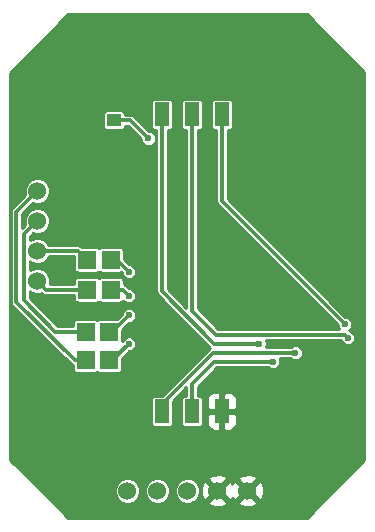
<source format=gbr>
G04 #@! TF.FileFunction,Copper,L2,Bot,Signal*
%FSLAX46Y46*%
G04 Gerber Fmt 4.6, Leading zero omitted, Abs format (unit mm)*
G04 Created by KiCad (PCBNEW 4.0.6-e0-6349~53~ubuntu16.04.1) date Sun Jun 11 18:05:23 2017*
%MOMM*%
%LPD*%
G01*
G04 APERTURE LIST*
%ADD10C,0.100000*%
%ADD11R,1.524000X1.524000*%
%ADD12R,1.200000X2.000000*%
%ADD13R,1.200000X1.000000*%
%ADD14C,1.524000*%
%ADD15C,0.600000*%
%ADD16C,0.300000*%
%ADD17C,0.254000*%
G04 APERTURE END LIST*
D10*
D11*
X203470000Y-100711000D03*
X205470000Y-100711000D03*
X203343000Y-106680000D03*
X205343000Y-106680000D03*
X203470000Y-98171000D03*
X205470000Y-98171000D03*
X203343000Y-104267000D03*
X205343000Y-104267000D03*
D12*
X214884000Y-85852000D03*
X212344000Y-85852000D03*
X209804000Y-85852000D03*
X209804000Y-110998000D03*
X212344000Y-110998000D03*
X214884000Y-110998000D03*
D13*
X205740000Y-86360000D03*
D14*
X199263000Y-92329000D03*
X199263000Y-94869000D03*
X199263000Y-97409000D03*
X199263000Y-99949000D03*
X206883000Y-117729000D03*
X209423000Y-117729000D03*
X211963000Y-117729000D03*
X214503000Y-117729000D03*
X217043000Y-117729000D03*
D15*
X208661000Y-87884000D03*
X220091000Y-105283000D03*
X219964000Y-108331000D03*
X207010000Y-101219000D03*
X207010000Y-105283000D03*
X207010000Y-99187000D03*
X207010000Y-102870000D03*
X218059000Y-105283000D03*
X221107000Y-106045000D03*
X225552000Y-104775000D03*
X225298000Y-103632000D03*
X219202000Y-106807000D03*
D16*
X205740000Y-86360000D02*
X207137000Y-86360000D01*
X207137000Y-86360000D02*
X208661000Y-87884000D01*
X203343000Y-106680000D02*
X202438000Y-106680000D01*
X197485000Y-94107000D02*
X199263000Y-92329000D01*
X197485000Y-101727000D02*
X197485000Y-94107000D01*
X202438000Y-106680000D02*
X197485000Y-101727000D01*
X203343000Y-104267000D02*
X200787000Y-104267000D01*
X198120000Y-96012000D02*
X199263000Y-94869000D01*
X198120000Y-101600000D02*
X198120000Y-96012000D01*
X200787000Y-104267000D02*
X198120000Y-101600000D01*
X199263000Y-97409000D02*
X202708000Y-97409000D01*
X202708000Y-97409000D02*
X203470000Y-98171000D01*
X203470000Y-100711000D02*
X200025000Y-100711000D01*
X200025000Y-100711000D02*
X199263000Y-99949000D01*
X220091000Y-105283000D02*
X220218000Y-105156000D01*
X220218000Y-105156000D02*
X221361000Y-105156000D01*
X221361000Y-105156000D02*
X221869000Y-105664000D01*
X221869000Y-105664000D02*
X221869000Y-107442000D01*
X221869000Y-107442000D02*
X220980000Y-108331000D01*
X220980000Y-108331000D02*
X219964000Y-108331000D01*
X205470000Y-100711000D02*
X206502000Y-100711000D01*
X206502000Y-100711000D02*
X207010000Y-101219000D01*
X205343000Y-106680000D02*
X205613000Y-106680000D01*
X205613000Y-106680000D02*
X207010000Y-105283000D01*
X205470000Y-98171000D02*
X205994000Y-98171000D01*
X205994000Y-98171000D02*
X207010000Y-99187000D01*
X205343000Y-104267000D02*
X205613000Y-104267000D01*
X205613000Y-104267000D02*
X207010000Y-102870000D01*
X209804000Y-85852000D02*
X209804000Y-100838000D01*
X214249000Y-105283000D02*
X218059000Y-105283000D01*
X209804000Y-100838000D02*
X214249000Y-105283000D01*
X209804000Y-110998000D02*
X209804000Y-110363000D01*
X209804000Y-110363000D02*
X214122000Y-106045000D01*
X214122000Y-106045000D02*
X221107000Y-106045000D01*
X212344000Y-85852000D02*
X212344000Y-102489000D01*
X225298000Y-104521000D02*
X225552000Y-104775000D01*
X214376000Y-104521000D02*
X225298000Y-104521000D01*
X212344000Y-102489000D02*
X214376000Y-104521000D01*
X214884000Y-85852000D02*
X214884000Y-93218000D01*
X214884000Y-93218000D02*
X225298000Y-103632000D01*
X212344000Y-110998000D02*
X212344000Y-108712000D01*
X214249000Y-106807000D02*
X219202000Y-106807000D01*
X212344000Y-108712000D02*
X214249000Y-106807000D01*
D17*
G36*
X226949000Y-82229514D02*
X226949000Y-115136394D01*
X222070394Y-120015000D01*
X201863514Y-120015000D01*
X199793179Y-117944665D01*
X205793811Y-117944665D01*
X205959252Y-118345063D01*
X206265326Y-118651671D01*
X206665434Y-118817811D01*
X207098665Y-118818189D01*
X207499063Y-118652748D01*
X207805671Y-118346674D01*
X207971811Y-117946566D01*
X207971812Y-117944665D01*
X208333811Y-117944665D01*
X208499252Y-118345063D01*
X208805326Y-118651671D01*
X209205434Y-118817811D01*
X209638665Y-118818189D01*
X210039063Y-118652748D01*
X210345671Y-118346674D01*
X210511811Y-117946566D01*
X210511812Y-117944665D01*
X210873811Y-117944665D01*
X211039252Y-118345063D01*
X211345326Y-118651671D01*
X211745434Y-118817811D01*
X212178665Y-118818189D01*
X212442407Y-118709213D01*
X213702392Y-118709213D01*
X213771857Y-118951397D01*
X214295302Y-119138144D01*
X214850368Y-119110362D01*
X215234143Y-118951397D01*
X215303608Y-118709213D01*
X216242392Y-118709213D01*
X216311857Y-118951397D01*
X216835302Y-119138144D01*
X217390368Y-119110362D01*
X217774143Y-118951397D01*
X217843608Y-118709213D01*
X217043000Y-117908605D01*
X216242392Y-118709213D01*
X215303608Y-118709213D01*
X214503000Y-117908605D01*
X213702392Y-118709213D01*
X212442407Y-118709213D01*
X212579063Y-118652748D01*
X212885671Y-118346674D01*
X213051811Y-117946566D01*
X213052182Y-117521302D01*
X213093856Y-117521302D01*
X213121638Y-118076368D01*
X213280603Y-118460143D01*
X213522787Y-118529608D01*
X214323395Y-117729000D01*
X214682605Y-117729000D01*
X215483213Y-118529608D01*
X215725397Y-118460143D01*
X215769453Y-118336656D01*
X215820603Y-118460143D01*
X216062787Y-118529608D01*
X216863395Y-117729000D01*
X217222605Y-117729000D01*
X218023213Y-118529608D01*
X218265397Y-118460143D01*
X218452144Y-117936698D01*
X218424362Y-117381632D01*
X218265397Y-116997857D01*
X218023213Y-116928392D01*
X217222605Y-117729000D01*
X216863395Y-117729000D01*
X216062787Y-116928392D01*
X215820603Y-116997857D01*
X215776547Y-117121344D01*
X215725397Y-116997857D01*
X215483213Y-116928392D01*
X214682605Y-117729000D01*
X214323395Y-117729000D01*
X213522787Y-116928392D01*
X213280603Y-116997857D01*
X213093856Y-117521302D01*
X213052182Y-117521302D01*
X213052189Y-117513335D01*
X212886748Y-117112937D01*
X212580674Y-116806329D01*
X212442099Y-116748787D01*
X213702392Y-116748787D01*
X214503000Y-117549395D01*
X215303608Y-116748787D01*
X216242392Y-116748787D01*
X217043000Y-117549395D01*
X217843608Y-116748787D01*
X217774143Y-116506603D01*
X217250698Y-116319856D01*
X216695632Y-116347638D01*
X216311857Y-116506603D01*
X216242392Y-116748787D01*
X215303608Y-116748787D01*
X215234143Y-116506603D01*
X214710698Y-116319856D01*
X214155632Y-116347638D01*
X213771857Y-116506603D01*
X213702392Y-116748787D01*
X212442099Y-116748787D01*
X212180566Y-116640189D01*
X211747335Y-116639811D01*
X211346937Y-116805252D01*
X211040329Y-117111326D01*
X210874189Y-117511434D01*
X210873811Y-117944665D01*
X210511812Y-117944665D01*
X210512189Y-117513335D01*
X210346748Y-117112937D01*
X210040674Y-116806329D01*
X209640566Y-116640189D01*
X209207335Y-116639811D01*
X208806937Y-116805252D01*
X208500329Y-117111326D01*
X208334189Y-117511434D01*
X208333811Y-117944665D01*
X207971812Y-117944665D01*
X207972189Y-117513335D01*
X207806748Y-117112937D01*
X207500674Y-116806329D01*
X207100566Y-116640189D01*
X206667335Y-116639811D01*
X206266937Y-116805252D01*
X205960329Y-117111326D01*
X205794189Y-117511434D01*
X205793811Y-117944665D01*
X199793179Y-117944665D01*
X196977000Y-115128486D01*
X196977000Y-94107000D01*
X197008000Y-94107000D01*
X197008000Y-101727000D01*
X197044309Y-101909540D01*
X197147710Y-102064290D01*
X202100710Y-107017290D01*
X202247594Y-107115435D01*
X202247594Y-107442000D01*
X202270395Y-107563179D01*
X202342012Y-107674474D01*
X202451286Y-107749138D01*
X202581000Y-107775406D01*
X204105000Y-107775406D01*
X204226179Y-107752605D01*
X204337474Y-107680988D01*
X204341970Y-107674408D01*
X204342012Y-107674474D01*
X204451286Y-107749138D01*
X204581000Y-107775406D01*
X206105000Y-107775406D01*
X206226179Y-107752605D01*
X206337474Y-107680988D01*
X206412138Y-107571714D01*
X206438406Y-107442000D01*
X206438406Y-106529174D01*
X207057538Y-105910042D01*
X207134171Y-105910109D01*
X207364703Y-105814855D01*
X207541235Y-105638631D01*
X207636891Y-105408265D01*
X207637109Y-105158829D01*
X207541855Y-104928297D01*
X207365631Y-104751765D01*
X207135265Y-104656109D01*
X206885829Y-104655891D01*
X206655297Y-104751145D01*
X206478765Y-104927369D01*
X206438406Y-105024565D01*
X206438406Y-104116174D01*
X207057538Y-103497042D01*
X207134171Y-103497109D01*
X207364703Y-103401855D01*
X207541235Y-103225631D01*
X207636891Y-102995265D01*
X207637109Y-102745829D01*
X207541855Y-102515297D01*
X207365631Y-102338765D01*
X207135265Y-102243109D01*
X206885829Y-102242891D01*
X206655297Y-102338145D01*
X206478765Y-102514369D01*
X206383109Y-102744735D01*
X206383041Y-102822379D01*
X206033826Y-103171594D01*
X204581000Y-103171594D01*
X204459821Y-103194395D01*
X204348526Y-103266012D01*
X204344030Y-103272592D01*
X204343988Y-103272526D01*
X204234714Y-103197862D01*
X204105000Y-103171594D01*
X202581000Y-103171594D01*
X202459821Y-103194395D01*
X202348526Y-103266012D01*
X202273862Y-103375286D01*
X202247594Y-103505000D01*
X202247594Y-103790000D01*
X200984580Y-103790000D01*
X198597000Y-101402420D01*
X198597000Y-100823261D01*
X198645326Y-100871671D01*
X199045434Y-101037811D01*
X199478665Y-101038189D01*
X199619441Y-100980021D01*
X199687710Y-101048290D01*
X199842460Y-101151691D01*
X200025000Y-101188000D01*
X202374594Y-101188000D01*
X202374594Y-101473000D01*
X202397395Y-101594179D01*
X202469012Y-101705474D01*
X202578286Y-101780138D01*
X202708000Y-101806406D01*
X204232000Y-101806406D01*
X204353179Y-101783605D01*
X204464474Y-101711988D01*
X204468970Y-101705408D01*
X204469012Y-101705474D01*
X204578286Y-101780138D01*
X204708000Y-101806406D01*
X206232000Y-101806406D01*
X206353179Y-101783605D01*
X206464474Y-101711988D01*
X206526122Y-101621764D01*
X206654369Y-101750235D01*
X206884735Y-101845891D01*
X207134171Y-101846109D01*
X207364703Y-101750855D01*
X207541235Y-101574631D01*
X207636891Y-101344265D01*
X207637109Y-101094829D01*
X207541855Y-100864297D01*
X207365631Y-100687765D01*
X207135265Y-100592109D01*
X207057621Y-100592041D01*
X206839290Y-100373710D01*
X206684540Y-100270309D01*
X206565406Y-100246612D01*
X206565406Y-99949000D01*
X206542605Y-99827821D01*
X206470988Y-99716526D01*
X206361714Y-99641862D01*
X206232000Y-99615594D01*
X204708000Y-99615594D01*
X204586821Y-99638395D01*
X204475526Y-99710012D01*
X204471030Y-99716592D01*
X204470988Y-99716526D01*
X204361714Y-99641862D01*
X204232000Y-99615594D01*
X202708000Y-99615594D01*
X202586821Y-99638395D01*
X202475526Y-99710012D01*
X202400862Y-99819286D01*
X202374594Y-99949000D01*
X202374594Y-100234000D01*
X200323810Y-100234000D01*
X200351811Y-100166566D01*
X200352189Y-99733335D01*
X200186748Y-99332937D01*
X199880674Y-99026329D01*
X199480566Y-98860189D01*
X199047335Y-98859811D01*
X198646937Y-99025252D01*
X198597000Y-99075102D01*
X198597000Y-98283261D01*
X198645326Y-98331671D01*
X199045434Y-98497811D01*
X199478665Y-98498189D01*
X199879063Y-98332748D01*
X200185671Y-98026674D01*
X200244084Y-97886000D01*
X202374594Y-97886000D01*
X202374594Y-98933000D01*
X202397395Y-99054179D01*
X202469012Y-99165474D01*
X202578286Y-99240138D01*
X202708000Y-99266406D01*
X204232000Y-99266406D01*
X204353179Y-99243605D01*
X204464474Y-99171988D01*
X204468970Y-99165408D01*
X204469012Y-99165474D01*
X204578286Y-99240138D01*
X204708000Y-99266406D01*
X206232000Y-99266406D01*
X206353179Y-99243605D01*
X206376815Y-99228395D01*
X206382958Y-99234538D01*
X206382891Y-99311171D01*
X206478145Y-99541703D01*
X206654369Y-99718235D01*
X206884735Y-99813891D01*
X207134171Y-99814109D01*
X207364703Y-99718855D01*
X207541235Y-99542631D01*
X207636891Y-99312265D01*
X207637109Y-99062829D01*
X207541855Y-98832297D01*
X207365631Y-98655765D01*
X207135265Y-98560109D01*
X207057621Y-98560041D01*
X206565406Y-98067826D01*
X206565406Y-97409000D01*
X206542605Y-97287821D01*
X206470988Y-97176526D01*
X206361714Y-97101862D01*
X206232000Y-97075594D01*
X204708000Y-97075594D01*
X204586821Y-97098395D01*
X204475526Y-97170012D01*
X204471030Y-97176592D01*
X204470988Y-97176526D01*
X204361714Y-97101862D01*
X204232000Y-97075594D01*
X203049174Y-97075594D01*
X203045290Y-97071710D01*
X202890540Y-96968309D01*
X202708000Y-96932000D01*
X200244208Y-96932000D01*
X200186748Y-96792937D01*
X199880674Y-96486329D01*
X199480566Y-96320189D01*
X199047335Y-96319811D01*
X198646937Y-96485252D01*
X198597000Y-96535102D01*
X198597000Y-96209580D01*
X198906471Y-95900109D01*
X199045434Y-95957811D01*
X199478665Y-95958189D01*
X199879063Y-95792748D01*
X200185671Y-95486674D01*
X200351811Y-95086566D01*
X200352189Y-94653335D01*
X200186748Y-94252937D01*
X199880674Y-93946329D01*
X199480566Y-93780189D01*
X199047335Y-93779811D01*
X198646937Y-93945252D01*
X198340329Y-94251326D01*
X198174189Y-94651434D01*
X198173811Y-95084665D01*
X198231979Y-95225441D01*
X197962000Y-95495420D01*
X197962000Y-94304580D01*
X198906471Y-93360109D01*
X199045434Y-93417811D01*
X199478665Y-93418189D01*
X199879063Y-93252748D01*
X200185671Y-92946674D01*
X200351811Y-92546566D01*
X200352189Y-92113335D01*
X200186748Y-91712937D01*
X199880674Y-91406329D01*
X199480566Y-91240189D01*
X199047335Y-91239811D01*
X198646937Y-91405252D01*
X198340329Y-91711326D01*
X198174189Y-92111434D01*
X198173811Y-92544665D01*
X198231979Y-92685441D01*
X197147710Y-93769710D01*
X197044309Y-93924460D01*
X197008000Y-94107000D01*
X196977000Y-94107000D01*
X196977000Y-85860000D01*
X204806594Y-85860000D01*
X204806594Y-86860000D01*
X204829395Y-86981179D01*
X204901012Y-87092474D01*
X205010286Y-87167138D01*
X205140000Y-87193406D01*
X206340000Y-87193406D01*
X206461179Y-87170605D01*
X206572474Y-87098988D01*
X206647138Y-86989714D01*
X206673406Y-86860000D01*
X206673406Y-86837000D01*
X206939420Y-86837000D01*
X208033958Y-87931538D01*
X208033891Y-88008171D01*
X208129145Y-88238703D01*
X208305369Y-88415235D01*
X208535735Y-88510891D01*
X208785171Y-88511109D01*
X209015703Y-88415855D01*
X209192235Y-88239631D01*
X209287891Y-88009265D01*
X209288109Y-87759829D01*
X209192855Y-87529297D01*
X209016631Y-87352765D01*
X208786265Y-87257109D01*
X208708621Y-87257041D01*
X207474290Y-86022710D01*
X207319540Y-85919309D01*
X207137000Y-85883000D01*
X206673406Y-85883000D01*
X206673406Y-85860000D01*
X206650605Y-85738821D01*
X206578988Y-85627526D01*
X206469714Y-85552862D01*
X206340000Y-85526594D01*
X205140000Y-85526594D01*
X205018821Y-85549395D01*
X204907526Y-85621012D01*
X204832862Y-85730286D01*
X204806594Y-85860000D01*
X196977000Y-85860000D01*
X196977000Y-84852000D01*
X208870594Y-84852000D01*
X208870594Y-86852000D01*
X208893395Y-86973179D01*
X208965012Y-87084474D01*
X209074286Y-87159138D01*
X209204000Y-87185406D01*
X209327000Y-87185406D01*
X209327000Y-100838000D01*
X209363309Y-101020540D01*
X209466710Y-101175290D01*
X213911710Y-105620290D01*
X213913626Y-105621571D01*
X213784710Y-105707710D01*
X209827826Y-109664594D01*
X209204000Y-109664594D01*
X209082821Y-109687395D01*
X208971526Y-109759012D01*
X208896862Y-109868286D01*
X208870594Y-109998000D01*
X208870594Y-111998000D01*
X208893395Y-112119179D01*
X208965012Y-112230474D01*
X209074286Y-112305138D01*
X209204000Y-112331406D01*
X210404000Y-112331406D01*
X210525179Y-112308605D01*
X210636474Y-112236988D01*
X210711138Y-112127714D01*
X210737406Y-111998000D01*
X210737406Y-110104174D01*
X211867000Y-108974580D01*
X211867000Y-109664594D01*
X211744000Y-109664594D01*
X211622821Y-109687395D01*
X211511526Y-109759012D01*
X211436862Y-109868286D01*
X211410594Y-109998000D01*
X211410594Y-111998000D01*
X211433395Y-112119179D01*
X211505012Y-112230474D01*
X211614286Y-112305138D01*
X211744000Y-112331406D01*
X212944000Y-112331406D01*
X213065179Y-112308605D01*
X213176474Y-112236988D01*
X213251138Y-112127714D01*
X213277406Y-111998000D01*
X213277406Y-111283750D01*
X213649000Y-111283750D01*
X213649000Y-112124309D01*
X213745673Y-112357698D01*
X213924301Y-112536327D01*
X214157690Y-112633000D01*
X214598250Y-112633000D01*
X214757000Y-112474250D01*
X214757000Y-111125000D01*
X215011000Y-111125000D01*
X215011000Y-112474250D01*
X215169750Y-112633000D01*
X215610310Y-112633000D01*
X215843699Y-112536327D01*
X216022327Y-112357698D01*
X216119000Y-112124309D01*
X216119000Y-111283750D01*
X215960250Y-111125000D01*
X215011000Y-111125000D01*
X214757000Y-111125000D01*
X213807750Y-111125000D01*
X213649000Y-111283750D01*
X213277406Y-111283750D01*
X213277406Y-109998000D01*
X213254605Y-109876821D01*
X213251304Y-109871691D01*
X213649000Y-109871691D01*
X213649000Y-110712250D01*
X213807750Y-110871000D01*
X214757000Y-110871000D01*
X214757000Y-109521750D01*
X215011000Y-109521750D01*
X215011000Y-110871000D01*
X215960250Y-110871000D01*
X216119000Y-110712250D01*
X216119000Y-109871691D01*
X216022327Y-109638302D01*
X215843699Y-109459673D01*
X215610310Y-109363000D01*
X215169750Y-109363000D01*
X215011000Y-109521750D01*
X214757000Y-109521750D01*
X214598250Y-109363000D01*
X214157690Y-109363000D01*
X213924301Y-109459673D01*
X213745673Y-109638302D01*
X213649000Y-109871691D01*
X213251304Y-109871691D01*
X213182988Y-109765526D01*
X213073714Y-109690862D01*
X212944000Y-109664594D01*
X212821000Y-109664594D01*
X212821000Y-108909580D01*
X214446580Y-107284000D01*
X218792229Y-107284000D01*
X218846369Y-107338235D01*
X219076735Y-107433891D01*
X219326171Y-107434109D01*
X219556703Y-107338855D01*
X219733235Y-107162631D01*
X219828891Y-106932265D01*
X219829109Y-106682829D01*
X219762656Y-106522000D01*
X220697229Y-106522000D01*
X220751369Y-106576235D01*
X220981735Y-106671891D01*
X221231171Y-106672109D01*
X221461703Y-106576855D01*
X221638235Y-106400631D01*
X221733891Y-106170265D01*
X221734109Y-105920829D01*
X221638855Y-105690297D01*
X221462631Y-105513765D01*
X221232265Y-105418109D01*
X220982829Y-105417891D01*
X220752297Y-105513145D01*
X220697346Y-105568000D01*
X218619563Y-105568000D01*
X218685891Y-105408265D01*
X218686109Y-105158829D01*
X218619656Y-104998000D01*
X224965726Y-104998000D01*
X225020145Y-105129703D01*
X225196369Y-105306235D01*
X225426735Y-105401891D01*
X225676171Y-105402109D01*
X225906703Y-105306855D01*
X226083235Y-105130631D01*
X226178891Y-104900265D01*
X226179109Y-104650829D01*
X226083855Y-104420297D01*
X225907631Y-104243765D01*
X225677265Y-104148109D01*
X225668484Y-104148101D01*
X225829235Y-103987631D01*
X225924891Y-103757265D01*
X225925109Y-103507829D01*
X225829855Y-103277297D01*
X225653631Y-103100765D01*
X225423265Y-103005109D01*
X225345621Y-103005041D01*
X215361000Y-93020420D01*
X215361000Y-87185406D01*
X215484000Y-87185406D01*
X215605179Y-87162605D01*
X215716474Y-87090988D01*
X215791138Y-86981714D01*
X215817406Y-86852000D01*
X215817406Y-84852000D01*
X215794605Y-84730821D01*
X215722988Y-84619526D01*
X215613714Y-84544862D01*
X215484000Y-84518594D01*
X214284000Y-84518594D01*
X214162821Y-84541395D01*
X214051526Y-84613012D01*
X213976862Y-84722286D01*
X213950594Y-84852000D01*
X213950594Y-86852000D01*
X213973395Y-86973179D01*
X214045012Y-87084474D01*
X214154286Y-87159138D01*
X214284000Y-87185406D01*
X214407000Y-87185406D01*
X214407000Y-93218000D01*
X214443309Y-93400540D01*
X214546710Y-93555290D01*
X224670958Y-103679538D01*
X224670891Y-103756171D01*
X224766145Y-103986703D01*
X224823342Y-104044000D01*
X214573580Y-104044000D01*
X212821000Y-102291420D01*
X212821000Y-87185406D01*
X212944000Y-87185406D01*
X213065179Y-87162605D01*
X213176474Y-87090988D01*
X213251138Y-86981714D01*
X213277406Y-86852000D01*
X213277406Y-84852000D01*
X213254605Y-84730821D01*
X213182988Y-84619526D01*
X213073714Y-84544862D01*
X212944000Y-84518594D01*
X211744000Y-84518594D01*
X211622821Y-84541395D01*
X211511526Y-84613012D01*
X211436862Y-84722286D01*
X211410594Y-84852000D01*
X211410594Y-86852000D01*
X211433395Y-86973179D01*
X211505012Y-87084474D01*
X211614286Y-87159138D01*
X211744000Y-87185406D01*
X211867000Y-87185406D01*
X211867000Y-102226420D01*
X210281000Y-100640420D01*
X210281000Y-87185406D01*
X210404000Y-87185406D01*
X210525179Y-87162605D01*
X210636474Y-87090988D01*
X210711138Y-86981714D01*
X210737406Y-86852000D01*
X210737406Y-84852000D01*
X210714605Y-84730821D01*
X210642988Y-84619526D01*
X210533714Y-84544862D01*
X210404000Y-84518594D01*
X209204000Y-84518594D01*
X209082821Y-84541395D01*
X208971526Y-84613012D01*
X208896862Y-84722286D01*
X208870594Y-84852000D01*
X196977000Y-84852000D01*
X196977000Y-82347666D01*
X201584953Y-77621561D01*
X201863514Y-77343000D01*
X222062486Y-77343000D01*
X226949000Y-82229514D01*
X226949000Y-82229514D01*
G37*
X226949000Y-82229514D02*
X226949000Y-115136394D01*
X222070394Y-120015000D01*
X201863514Y-120015000D01*
X199793179Y-117944665D01*
X205793811Y-117944665D01*
X205959252Y-118345063D01*
X206265326Y-118651671D01*
X206665434Y-118817811D01*
X207098665Y-118818189D01*
X207499063Y-118652748D01*
X207805671Y-118346674D01*
X207971811Y-117946566D01*
X207971812Y-117944665D01*
X208333811Y-117944665D01*
X208499252Y-118345063D01*
X208805326Y-118651671D01*
X209205434Y-118817811D01*
X209638665Y-118818189D01*
X210039063Y-118652748D01*
X210345671Y-118346674D01*
X210511811Y-117946566D01*
X210511812Y-117944665D01*
X210873811Y-117944665D01*
X211039252Y-118345063D01*
X211345326Y-118651671D01*
X211745434Y-118817811D01*
X212178665Y-118818189D01*
X212442407Y-118709213D01*
X213702392Y-118709213D01*
X213771857Y-118951397D01*
X214295302Y-119138144D01*
X214850368Y-119110362D01*
X215234143Y-118951397D01*
X215303608Y-118709213D01*
X216242392Y-118709213D01*
X216311857Y-118951397D01*
X216835302Y-119138144D01*
X217390368Y-119110362D01*
X217774143Y-118951397D01*
X217843608Y-118709213D01*
X217043000Y-117908605D01*
X216242392Y-118709213D01*
X215303608Y-118709213D01*
X214503000Y-117908605D01*
X213702392Y-118709213D01*
X212442407Y-118709213D01*
X212579063Y-118652748D01*
X212885671Y-118346674D01*
X213051811Y-117946566D01*
X213052182Y-117521302D01*
X213093856Y-117521302D01*
X213121638Y-118076368D01*
X213280603Y-118460143D01*
X213522787Y-118529608D01*
X214323395Y-117729000D01*
X214682605Y-117729000D01*
X215483213Y-118529608D01*
X215725397Y-118460143D01*
X215769453Y-118336656D01*
X215820603Y-118460143D01*
X216062787Y-118529608D01*
X216863395Y-117729000D01*
X217222605Y-117729000D01*
X218023213Y-118529608D01*
X218265397Y-118460143D01*
X218452144Y-117936698D01*
X218424362Y-117381632D01*
X218265397Y-116997857D01*
X218023213Y-116928392D01*
X217222605Y-117729000D01*
X216863395Y-117729000D01*
X216062787Y-116928392D01*
X215820603Y-116997857D01*
X215776547Y-117121344D01*
X215725397Y-116997857D01*
X215483213Y-116928392D01*
X214682605Y-117729000D01*
X214323395Y-117729000D01*
X213522787Y-116928392D01*
X213280603Y-116997857D01*
X213093856Y-117521302D01*
X213052182Y-117521302D01*
X213052189Y-117513335D01*
X212886748Y-117112937D01*
X212580674Y-116806329D01*
X212442099Y-116748787D01*
X213702392Y-116748787D01*
X214503000Y-117549395D01*
X215303608Y-116748787D01*
X216242392Y-116748787D01*
X217043000Y-117549395D01*
X217843608Y-116748787D01*
X217774143Y-116506603D01*
X217250698Y-116319856D01*
X216695632Y-116347638D01*
X216311857Y-116506603D01*
X216242392Y-116748787D01*
X215303608Y-116748787D01*
X215234143Y-116506603D01*
X214710698Y-116319856D01*
X214155632Y-116347638D01*
X213771857Y-116506603D01*
X213702392Y-116748787D01*
X212442099Y-116748787D01*
X212180566Y-116640189D01*
X211747335Y-116639811D01*
X211346937Y-116805252D01*
X211040329Y-117111326D01*
X210874189Y-117511434D01*
X210873811Y-117944665D01*
X210511812Y-117944665D01*
X210512189Y-117513335D01*
X210346748Y-117112937D01*
X210040674Y-116806329D01*
X209640566Y-116640189D01*
X209207335Y-116639811D01*
X208806937Y-116805252D01*
X208500329Y-117111326D01*
X208334189Y-117511434D01*
X208333811Y-117944665D01*
X207971812Y-117944665D01*
X207972189Y-117513335D01*
X207806748Y-117112937D01*
X207500674Y-116806329D01*
X207100566Y-116640189D01*
X206667335Y-116639811D01*
X206266937Y-116805252D01*
X205960329Y-117111326D01*
X205794189Y-117511434D01*
X205793811Y-117944665D01*
X199793179Y-117944665D01*
X196977000Y-115128486D01*
X196977000Y-94107000D01*
X197008000Y-94107000D01*
X197008000Y-101727000D01*
X197044309Y-101909540D01*
X197147710Y-102064290D01*
X202100710Y-107017290D01*
X202247594Y-107115435D01*
X202247594Y-107442000D01*
X202270395Y-107563179D01*
X202342012Y-107674474D01*
X202451286Y-107749138D01*
X202581000Y-107775406D01*
X204105000Y-107775406D01*
X204226179Y-107752605D01*
X204337474Y-107680988D01*
X204341970Y-107674408D01*
X204342012Y-107674474D01*
X204451286Y-107749138D01*
X204581000Y-107775406D01*
X206105000Y-107775406D01*
X206226179Y-107752605D01*
X206337474Y-107680988D01*
X206412138Y-107571714D01*
X206438406Y-107442000D01*
X206438406Y-106529174D01*
X207057538Y-105910042D01*
X207134171Y-105910109D01*
X207364703Y-105814855D01*
X207541235Y-105638631D01*
X207636891Y-105408265D01*
X207637109Y-105158829D01*
X207541855Y-104928297D01*
X207365631Y-104751765D01*
X207135265Y-104656109D01*
X206885829Y-104655891D01*
X206655297Y-104751145D01*
X206478765Y-104927369D01*
X206438406Y-105024565D01*
X206438406Y-104116174D01*
X207057538Y-103497042D01*
X207134171Y-103497109D01*
X207364703Y-103401855D01*
X207541235Y-103225631D01*
X207636891Y-102995265D01*
X207637109Y-102745829D01*
X207541855Y-102515297D01*
X207365631Y-102338765D01*
X207135265Y-102243109D01*
X206885829Y-102242891D01*
X206655297Y-102338145D01*
X206478765Y-102514369D01*
X206383109Y-102744735D01*
X206383041Y-102822379D01*
X206033826Y-103171594D01*
X204581000Y-103171594D01*
X204459821Y-103194395D01*
X204348526Y-103266012D01*
X204344030Y-103272592D01*
X204343988Y-103272526D01*
X204234714Y-103197862D01*
X204105000Y-103171594D01*
X202581000Y-103171594D01*
X202459821Y-103194395D01*
X202348526Y-103266012D01*
X202273862Y-103375286D01*
X202247594Y-103505000D01*
X202247594Y-103790000D01*
X200984580Y-103790000D01*
X198597000Y-101402420D01*
X198597000Y-100823261D01*
X198645326Y-100871671D01*
X199045434Y-101037811D01*
X199478665Y-101038189D01*
X199619441Y-100980021D01*
X199687710Y-101048290D01*
X199842460Y-101151691D01*
X200025000Y-101188000D01*
X202374594Y-101188000D01*
X202374594Y-101473000D01*
X202397395Y-101594179D01*
X202469012Y-101705474D01*
X202578286Y-101780138D01*
X202708000Y-101806406D01*
X204232000Y-101806406D01*
X204353179Y-101783605D01*
X204464474Y-101711988D01*
X204468970Y-101705408D01*
X204469012Y-101705474D01*
X204578286Y-101780138D01*
X204708000Y-101806406D01*
X206232000Y-101806406D01*
X206353179Y-101783605D01*
X206464474Y-101711988D01*
X206526122Y-101621764D01*
X206654369Y-101750235D01*
X206884735Y-101845891D01*
X207134171Y-101846109D01*
X207364703Y-101750855D01*
X207541235Y-101574631D01*
X207636891Y-101344265D01*
X207637109Y-101094829D01*
X207541855Y-100864297D01*
X207365631Y-100687765D01*
X207135265Y-100592109D01*
X207057621Y-100592041D01*
X206839290Y-100373710D01*
X206684540Y-100270309D01*
X206565406Y-100246612D01*
X206565406Y-99949000D01*
X206542605Y-99827821D01*
X206470988Y-99716526D01*
X206361714Y-99641862D01*
X206232000Y-99615594D01*
X204708000Y-99615594D01*
X204586821Y-99638395D01*
X204475526Y-99710012D01*
X204471030Y-99716592D01*
X204470988Y-99716526D01*
X204361714Y-99641862D01*
X204232000Y-99615594D01*
X202708000Y-99615594D01*
X202586821Y-99638395D01*
X202475526Y-99710012D01*
X202400862Y-99819286D01*
X202374594Y-99949000D01*
X202374594Y-100234000D01*
X200323810Y-100234000D01*
X200351811Y-100166566D01*
X200352189Y-99733335D01*
X200186748Y-99332937D01*
X199880674Y-99026329D01*
X199480566Y-98860189D01*
X199047335Y-98859811D01*
X198646937Y-99025252D01*
X198597000Y-99075102D01*
X198597000Y-98283261D01*
X198645326Y-98331671D01*
X199045434Y-98497811D01*
X199478665Y-98498189D01*
X199879063Y-98332748D01*
X200185671Y-98026674D01*
X200244084Y-97886000D01*
X202374594Y-97886000D01*
X202374594Y-98933000D01*
X202397395Y-99054179D01*
X202469012Y-99165474D01*
X202578286Y-99240138D01*
X202708000Y-99266406D01*
X204232000Y-99266406D01*
X204353179Y-99243605D01*
X204464474Y-99171988D01*
X204468970Y-99165408D01*
X204469012Y-99165474D01*
X204578286Y-99240138D01*
X204708000Y-99266406D01*
X206232000Y-99266406D01*
X206353179Y-99243605D01*
X206376815Y-99228395D01*
X206382958Y-99234538D01*
X206382891Y-99311171D01*
X206478145Y-99541703D01*
X206654369Y-99718235D01*
X206884735Y-99813891D01*
X207134171Y-99814109D01*
X207364703Y-99718855D01*
X207541235Y-99542631D01*
X207636891Y-99312265D01*
X207637109Y-99062829D01*
X207541855Y-98832297D01*
X207365631Y-98655765D01*
X207135265Y-98560109D01*
X207057621Y-98560041D01*
X206565406Y-98067826D01*
X206565406Y-97409000D01*
X206542605Y-97287821D01*
X206470988Y-97176526D01*
X206361714Y-97101862D01*
X206232000Y-97075594D01*
X204708000Y-97075594D01*
X204586821Y-97098395D01*
X204475526Y-97170012D01*
X204471030Y-97176592D01*
X204470988Y-97176526D01*
X204361714Y-97101862D01*
X204232000Y-97075594D01*
X203049174Y-97075594D01*
X203045290Y-97071710D01*
X202890540Y-96968309D01*
X202708000Y-96932000D01*
X200244208Y-96932000D01*
X200186748Y-96792937D01*
X199880674Y-96486329D01*
X199480566Y-96320189D01*
X199047335Y-96319811D01*
X198646937Y-96485252D01*
X198597000Y-96535102D01*
X198597000Y-96209580D01*
X198906471Y-95900109D01*
X199045434Y-95957811D01*
X199478665Y-95958189D01*
X199879063Y-95792748D01*
X200185671Y-95486674D01*
X200351811Y-95086566D01*
X200352189Y-94653335D01*
X200186748Y-94252937D01*
X199880674Y-93946329D01*
X199480566Y-93780189D01*
X199047335Y-93779811D01*
X198646937Y-93945252D01*
X198340329Y-94251326D01*
X198174189Y-94651434D01*
X198173811Y-95084665D01*
X198231979Y-95225441D01*
X197962000Y-95495420D01*
X197962000Y-94304580D01*
X198906471Y-93360109D01*
X199045434Y-93417811D01*
X199478665Y-93418189D01*
X199879063Y-93252748D01*
X200185671Y-92946674D01*
X200351811Y-92546566D01*
X200352189Y-92113335D01*
X200186748Y-91712937D01*
X199880674Y-91406329D01*
X199480566Y-91240189D01*
X199047335Y-91239811D01*
X198646937Y-91405252D01*
X198340329Y-91711326D01*
X198174189Y-92111434D01*
X198173811Y-92544665D01*
X198231979Y-92685441D01*
X197147710Y-93769710D01*
X197044309Y-93924460D01*
X197008000Y-94107000D01*
X196977000Y-94107000D01*
X196977000Y-85860000D01*
X204806594Y-85860000D01*
X204806594Y-86860000D01*
X204829395Y-86981179D01*
X204901012Y-87092474D01*
X205010286Y-87167138D01*
X205140000Y-87193406D01*
X206340000Y-87193406D01*
X206461179Y-87170605D01*
X206572474Y-87098988D01*
X206647138Y-86989714D01*
X206673406Y-86860000D01*
X206673406Y-86837000D01*
X206939420Y-86837000D01*
X208033958Y-87931538D01*
X208033891Y-88008171D01*
X208129145Y-88238703D01*
X208305369Y-88415235D01*
X208535735Y-88510891D01*
X208785171Y-88511109D01*
X209015703Y-88415855D01*
X209192235Y-88239631D01*
X209287891Y-88009265D01*
X209288109Y-87759829D01*
X209192855Y-87529297D01*
X209016631Y-87352765D01*
X208786265Y-87257109D01*
X208708621Y-87257041D01*
X207474290Y-86022710D01*
X207319540Y-85919309D01*
X207137000Y-85883000D01*
X206673406Y-85883000D01*
X206673406Y-85860000D01*
X206650605Y-85738821D01*
X206578988Y-85627526D01*
X206469714Y-85552862D01*
X206340000Y-85526594D01*
X205140000Y-85526594D01*
X205018821Y-85549395D01*
X204907526Y-85621012D01*
X204832862Y-85730286D01*
X204806594Y-85860000D01*
X196977000Y-85860000D01*
X196977000Y-84852000D01*
X208870594Y-84852000D01*
X208870594Y-86852000D01*
X208893395Y-86973179D01*
X208965012Y-87084474D01*
X209074286Y-87159138D01*
X209204000Y-87185406D01*
X209327000Y-87185406D01*
X209327000Y-100838000D01*
X209363309Y-101020540D01*
X209466710Y-101175290D01*
X213911710Y-105620290D01*
X213913626Y-105621571D01*
X213784710Y-105707710D01*
X209827826Y-109664594D01*
X209204000Y-109664594D01*
X209082821Y-109687395D01*
X208971526Y-109759012D01*
X208896862Y-109868286D01*
X208870594Y-109998000D01*
X208870594Y-111998000D01*
X208893395Y-112119179D01*
X208965012Y-112230474D01*
X209074286Y-112305138D01*
X209204000Y-112331406D01*
X210404000Y-112331406D01*
X210525179Y-112308605D01*
X210636474Y-112236988D01*
X210711138Y-112127714D01*
X210737406Y-111998000D01*
X210737406Y-110104174D01*
X211867000Y-108974580D01*
X211867000Y-109664594D01*
X211744000Y-109664594D01*
X211622821Y-109687395D01*
X211511526Y-109759012D01*
X211436862Y-109868286D01*
X211410594Y-109998000D01*
X211410594Y-111998000D01*
X211433395Y-112119179D01*
X211505012Y-112230474D01*
X211614286Y-112305138D01*
X211744000Y-112331406D01*
X212944000Y-112331406D01*
X213065179Y-112308605D01*
X213176474Y-112236988D01*
X213251138Y-112127714D01*
X213277406Y-111998000D01*
X213277406Y-111283750D01*
X213649000Y-111283750D01*
X213649000Y-112124309D01*
X213745673Y-112357698D01*
X213924301Y-112536327D01*
X214157690Y-112633000D01*
X214598250Y-112633000D01*
X214757000Y-112474250D01*
X214757000Y-111125000D01*
X215011000Y-111125000D01*
X215011000Y-112474250D01*
X215169750Y-112633000D01*
X215610310Y-112633000D01*
X215843699Y-112536327D01*
X216022327Y-112357698D01*
X216119000Y-112124309D01*
X216119000Y-111283750D01*
X215960250Y-111125000D01*
X215011000Y-111125000D01*
X214757000Y-111125000D01*
X213807750Y-111125000D01*
X213649000Y-111283750D01*
X213277406Y-111283750D01*
X213277406Y-109998000D01*
X213254605Y-109876821D01*
X213251304Y-109871691D01*
X213649000Y-109871691D01*
X213649000Y-110712250D01*
X213807750Y-110871000D01*
X214757000Y-110871000D01*
X214757000Y-109521750D01*
X215011000Y-109521750D01*
X215011000Y-110871000D01*
X215960250Y-110871000D01*
X216119000Y-110712250D01*
X216119000Y-109871691D01*
X216022327Y-109638302D01*
X215843699Y-109459673D01*
X215610310Y-109363000D01*
X215169750Y-109363000D01*
X215011000Y-109521750D01*
X214757000Y-109521750D01*
X214598250Y-109363000D01*
X214157690Y-109363000D01*
X213924301Y-109459673D01*
X213745673Y-109638302D01*
X213649000Y-109871691D01*
X213251304Y-109871691D01*
X213182988Y-109765526D01*
X213073714Y-109690862D01*
X212944000Y-109664594D01*
X212821000Y-109664594D01*
X212821000Y-108909580D01*
X214446580Y-107284000D01*
X218792229Y-107284000D01*
X218846369Y-107338235D01*
X219076735Y-107433891D01*
X219326171Y-107434109D01*
X219556703Y-107338855D01*
X219733235Y-107162631D01*
X219828891Y-106932265D01*
X219829109Y-106682829D01*
X219762656Y-106522000D01*
X220697229Y-106522000D01*
X220751369Y-106576235D01*
X220981735Y-106671891D01*
X221231171Y-106672109D01*
X221461703Y-106576855D01*
X221638235Y-106400631D01*
X221733891Y-106170265D01*
X221734109Y-105920829D01*
X221638855Y-105690297D01*
X221462631Y-105513765D01*
X221232265Y-105418109D01*
X220982829Y-105417891D01*
X220752297Y-105513145D01*
X220697346Y-105568000D01*
X218619563Y-105568000D01*
X218685891Y-105408265D01*
X218686109Y-105158829D01*
X218619656Y-104998000D01*
X224965726Y-104998000D01*
X225020145Y-105129703D01*
X225196369Y-105306235D01*
X225426735Y-105401891D01*
X225676171Y-105402109D01*
X225906703Y-105306855D01*
X226083235Y-105130631D01*
X226178891Y-104900265D01*
X226179109Y-104650829D01*
X226083855Y-104420297D01*
X225907631Y-104243765D01*
X225677265Y-104148109D01*
X225668484Y-104148101D01*
X225829235Y-103987631D01*
X225924891Y-103757265D01*
X225925109Y-103507829D01*
X225829855Y-103277297D01*
X225653631Y-103100765D01*
X225423265Y-103005109D01*
X225345621Y-103005041D01*
X215361000Y-93020420D01*
X215361000Y-87185406D01*
X215484000Y-87185406D01*
X215605179Y-87162605D01*
X215716474Y-87090988D01*
X215791138Y-86981714D01*
X215817406Y-86852000D01*
X215817406Y-84852000D01*
X215794605Y-84730821D01*
X215722988Y-84619526D01*
X215613714Y-84544862D01*
X215484000Y-84518594D01*
X214284000Y-84518594D01*
X214162821Y-84541395D01*
X214051526Y-84613012D01*
X213976862Y-84722286D01*
X213950594Y-84852000D01*
X213950594Y-86852000D01*
X213973395Y-86973179D01*
X214045012Y-87084474D01*
X214154286Y-87159138D01*
X214284000Y-87185406D01*
X214407000Y-87185406D01*
X214407000Y-93218000D01*
X214443309Y-93400540D01*
X214546710Y-93555290D01*
X224670958Y-103679538D01*
X224670891Y-103756171D01*
X224766145Y-103986703D01*
X224823342Y-104044000D01*
X214573580Y-104044000D01*
X212821000Y-102291420D01*
X212821000Y-87185406D01*
X212944000Y-87185406D01*
X213065179Y-87162605D01*
X213176474Y-87090988D01*
X213251138Y-86981714D01*
X213277406Y-86852000D01*
X213277406Y-84852000D01*
X213254605Y-84730821D01*
X213182988Y-84619526D01*
X213073714Y-84544862D01*
X212944000Y-84518594D01*
X211744000Y-84518594D01*
X211622821Y-84541395D01*
X211511526Y-84613012D01*
X211436862Y-84722286D01*
X211410594Y-84852000D01*
X211410594Y-86852000D01*
X211433395Y-86973179D01*
X211505012Y-87084474D01*
X211614286Y-87159138D01*
X211744000Y-87185406D01*
X211867000Y-87185406D01*
X211867000Y-102226420D01*
X210281000Y-100640420D01*
X210281000Y-87185406D01*
X210404000Y-87185406D01*
X210525179Y-87162605D01*
X210636474Y-87090988D01*
X210711138Y-86981714D01*
X210737406Y-86852000D01*
X210737406Y-84852000D01*
X210714605Y-84730821D01*
X210642988Y-84619526D01*
X210533714Y-84544862D01*
X210404000Y-84518594D01*
X209204000Y-84518594D01*
X209082821Y-84541395D01*
X208971526Y-84613012D01*
X208896862Y-84722286D01*
X208870594Y-84852000D01*
X196977000Y-84852000D01*
X196977000Y-82347666D01*
X201584953Y-77621561D01*
X201863514Y-77343000D01*
X222062486Y-77343000D01*
X226949000Y-82229514D01*
M02*

</source>
